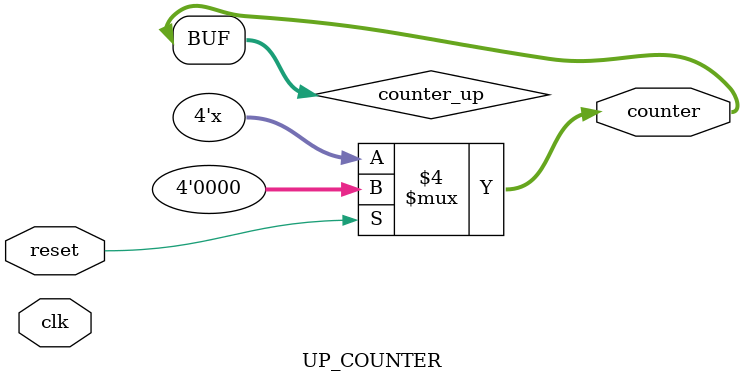
<source format=v>
`timescale 1ns / 1ps


module UP_COUNTER(input clk, reset,output[3:0] counter);
reg [3:0] counter_up;
always @(clk or  reset)
begin
if(reset)
 counter_up <= 4'd0;
else
 counter_up <= counter_up + 4'd1;
end 
assign counter = counter_up;
endmodule

</source>
